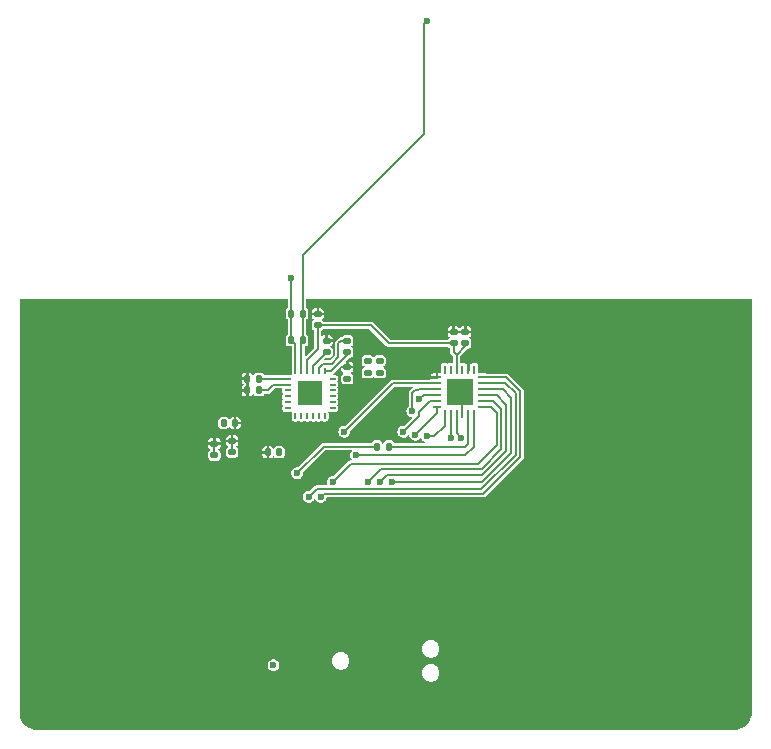
<source format=gbr>
%TF.GenerationSoftware,KiCad,Pcbnew,8.0.5*%
%TF.CreationDate,2025-04-19T21:57:35-04:00*%
%TF.ProjectId,tcg_counter,7463675f-636f-4756-9e74-65722e6b6963,1*%
%TF.SameCoordinates,Original*%
%TF.FileFunction,Copper,L2,Bot*%
%TF.FilePolarity,Positive*%
%FSLAX46Y46*%
G04 Gerber Fmt 4.6, Leading zero omitted, Abs format (unit mm)*
G04 Created by KiCad (PCBNEW 8.0.5) date 2025-04-19 21:57:35*
%MOMM*%
%LPD*%
G01*
G04 APERTURE LIST*
G04 Aperture macros list*
%AMRoundRect*
0 Rectangle with rounded corners*
0 $1 Rounding radius*
0 $2 $3 $4 $5 $6 $7 $8 $9 X,Y pos of 4 corners*
0 Add a 4 corners polygon primitive as box body*
4,1,4,$2,$3,$4,$5,$6,$7,$8,$9,$2,$3,0*
0 Add four circle primitives for the rounded corners*
1,1,$1+$1,$2,$3*
1,1,$1+$1,$4,$5*
1,1,$1+$1,$6,$7*
1,1,$1+$1,$8,$9*
0 Add four rect primitives between the rounded corners*
20,1,$1+$1,$2,$3,$4,$5,0*
20,1,$1+$1,$4,$5,$6,$7,0*
20,1,$1+$1,$6,$7,$8,$9,0*
20,1,$1+$1,$8,$9,$2,$3,0*%
G04 Aperture macros list end*
%TA.AperFunction,EtchedComponent*%
%ADD10C,0.150000*%
%TD*%
%TA.AperFunction,SMDPad,CuDef*%
%ADD11O,0.240000X0.599999*%
%TD*%
%TA.AperFunction,SMDPad,CuDef*%
%ADD12O,0.599999X0.240000*%
%TD*%
%TA.AperFunction,SMDPad,CuDef*%
%ADD13R,2.100001X2.100001*%
%TD*%
%TA.AperFunction,SMDPad,CuDef*%
%ADD14RoundRect,0.140000X0.170000X-0.140000X0.170000X0.140000X-0.170000X0.140000X-0.170000X-0.140000X0*%
%TD*%
%TA.AperFunction,SMDPad,CuDef*%
%ADD15RoundRect,0.135000X-0.185000X0.135000X-0.185000X-0.135000X0.185000X-0.135000X0.185000X0.135000X0*%
%TD*%
%TA.AperFunction,SMDPad,CuDef*%
%ADD16RoundRect,0.147500X-0.172500X0.147500X-0.172500X-0.147500X0.172500X-0.147500X0.172500X0.147500X0*%
%TD*%
%TA.AperFunction,SMDPad,CuDef*%
%ADD17RoundRect,0.140000X0.140000X0.170000X-0.140000X0.170000X-0.140000X-0.170000X0.140000X-0.170000X0*%
%TD*%
%TA.AperFunction,SMDPad,CuDef*%
%ADD18RoundRect,0.140000X-0.170000X0.140000X-0.170000X-0.140000X0.170000X-0.140000X0.170000X0.140000X0*%
%TD*%
%TA.AperFunction,SMDPad,CuDef*%
%ADD19R,0.711200X0.254000*%
%TD*%
%TA.AperFunction,SMDPad,CuDef*%
%ADD20R,0.254000X0.711200*%
%TD*%
%TA.AperFunction,SMDPad,CuDef*%
%ADD21R,2.311400X2.311400*%
%TD*%
%TA.AperFunction,SMDPad,CuDef*%
%ADD22RoundRect,0.140000X-0.140000X-0.170000X0.140000X-0.170000X0.140000X0.170000X-0.140000X0.170000X0*%
%TD*%
%TA.AperFunction,SMDPad,CuDef*%
%ADD23RoundRect,0.135000X0.135000X0.185000X-0.135000X0.185000X-0.135000X-0.185000X0.135000X-0.185000X0*%
%TD*%
%TA.AperFunction,ViaPad*%
%ADD24C,0.600000*%
%TD*%
%TA.AperFunction,Conductor*%
%ADD25C,0.200000*%
%TD*%
G04 APERTURE END LIST*
D10*
%TO.C,R2*%
X127000000Y-109035000D02*
X127000000Y-108435000D01*
%TO.C,R3*%
X128500000Y-108800000D02*
X128500000Y-108200000D01*
%TD*%
D11*
%TO.P,U3,1,ANT1*%
%TO.N,Net-(U3-ANT1)*%
X133850001Y-102100001D03*
%TO.P,U3,2,ANT2*%
%TO.N,Net-(U3-ANT2)*%
X134350000Y-102100001D03*
%TO.P,U3,3,VDDSW*%
%TO.N,VDDSW*%
X134850001Y-102100001D03*
%TO.P,U3,4,VDDB*%
%TO.N,VDDB*%
X135350001Y-102100001D03*
%TO.P,U3,5,CP1*%
%TO.N,Net-(U3-CP1)*%
X135850002Y-102100001D03*
%TO.P,U3,6,CP2*%
%TO.N,Net-(U3-CP2)*%
X136350001Y-102100001D03*
D12*
%TO.P,U3,7,VDD2X*%
%TO.N,Net-(U3-VDD2X)*%
X137000000Y-102750000D03*
%TO.P,U3,8,P1.3_SPI_STE_TA0.2_ACLK_TA0CLK*%
%TO.N,unconnected-(U3-P1.3_SPI_STE_TA0.2_ACLK_TA0CLK-Pad8)*%
X137000000Y-103249999D03*
%TO.P,U3,9,P1.2_SPI_CLK_MCLK_TA0.0*%
%TO.N,unconnected-(U3-P1.2_SPI_CLK_MCLK_TA0.0-Pad9)*%
X137000000Y-103750000D03*
%TO.P,U3,10,RST_NMI*%
%TO.N,Net-(P1-~{RST})*%
X137000000Y-104250000D03*
%TO.P,U3,11,P1.1_SPI_SOMI_SCL_ACLK_TA0.2_CCI0.0*%
%TO.N,/P1.1*%
X137000000Y-104750001D03*
%TO.P,U3,12,P1.0_SPI_SIMO_SDA_SMCLK_TA0.1_CCI0.0*%
%TO.N,/P1.0*%
X137000000Y-105250000D03*
D11*
%TO.P,U3,13,ADC0*%
%TO.N,unconnected-(U3-ADC0-Pad13)*%
X136350001Y-105899999D03*
%TO.P,U3,14,TST2*%
%TO.N,Net-(U3-TST2)*%
X135850002Y-105899999D03*
%TO.P,U3,15,SVSS*%
%TO.N,/SVSS*%
X135350001Y-105899999D03*
%TO.P,U3,16,TST1*%
%TO.N,Net-(U3-TST1)*%
X134850001Y-105899999D03*
%TO.P,U3,17,ADC1_TEMP1*%
%TO.N,unconnected-(U3-ADC1_TEMP1-Pad17)*%
X134350000Y-105899999D03*
%TO.P,U3,18,ADC2_TEMP2*%
%TO.N,unconnected-(U3-ADC2_TEMP2-Pad18)*%
X133850001Y-105899999D03*
D12*
%TO.P,U3,19,TMS_P1.7_TA0.1_TA0.0_CCI0.2*%
%TO.N,TMS*%
X133200002Y-105250000D03*
%TO.P,U3,20,TDO_P1.6_TA0.0_TA0.2_CCI0.2*%
%TO.N,TDO*%
X133200002Y-104750001D03*
%TO.P,U3,21,TDI_P1.5_TA0.2_MCLK_CCI0.1*%
%TO.N,TDI*%
X133200002Y-104250000D03*
%TO.P,U3,22,TCK_P1.4_TA0.1_SMCLK_CCI0.1*%
%TO.N,TCK*%
X133200002Y-103750000D03*
%TO.P,U3,23,VDDH*%
%TO.N,Net-(U3-VDDH)*%
X133200002Y-103249999D03*
%TO.P,U3,24,VDDD*%
%TO.N,Net-(U3-VDDD)*%
X133200002Y-102750000D03*
D13*
%TO.P,U3,25,PAD*%
%TO.N,GND*%
X135100001Y-104000000D03*
%TD*%
D14*
%TO.P,C2,1*%
%TO.N,VDDSW*%
X135750000Y-98230000D03*
%TO.P,C2,2*%
%TO.N,GND*%
X135750000Y-97270000D03*
%TD*%
D15*
%TO.P,R5,1*%
%TO.N,VDDSW*%
X141000000Y-101230000D03*
%TO.P,R5,2*%
%TO.N,/P1.0*%
X141000000Y-102250000D03*
%TD*%
D16*
%TO.P,R2,1*%
%TO.N,GND*%
X127000000Y-108250000D03*
%TO.P,R2,2*%
%TO.N,Net-(U3-TST1)*%
X127000000Y-109220000D03*
%TD*%
D14*
%TO.P,C5,1*%
%TO.N,Net-(U3-VDD2X)*%
X138250000Y-102750000D03*
%TO.P,C5,2*%
%TO.N,GND*%
X138250000Y-101790000D03*
%TD*%
D17*
%TO.P,C9,1*%
%TO.N,GND*%
X128750000Y-106500000D03*
%TO.P,C9,2*%
%TO.N,/SVSS*%
X127790000Y-106500000D03*
%TD*%
D16*
%TO.P,R3,1*%
%TO.N,GND*%
X128500000Y-108015000D03*
%TO.P,R3,2*%
%TO.N,Net-(U3-TST2)*%
X128500000Y-108985000D03*
%TD*%
D15*
%TO.P,R4,1*%
%TO.N,VDDSW*%
X140000000Y-101230000D03*
%TO.P,R4,2*%
%TO.N,/P1.1*%
X140000000Y-102250000D03*
%TD*%
D18*
%TO.P,C7,1*%
%TO.N,Net-(U3-CP1)*%
X138250000Y-99540000D03*
%TO.P,C7,2*%
%TO.N,Net-(U3-CP2)*%
X138250000Y-100500000D03*
%TD*%
D17*
%TO.P,C3,1*%
%TO.N,Net-(U3-VDDD)*%
X130750000Y-102750000D03*
%TO.P,C3,2*%
%TO.N,GND*%
X129790000Y-102750000D03*
%TD*%
D19*
%TO.P,U1,1,P00*%
%TO.N,Net-(U1-P00)*%
X149642301Y-102642300D03*
%TO.P,U1,2,P01*%
%TO.N,Net-(U1-P01)*%
X149642301Y-103142299D03*
%TO.P,U1,3,P02*%
%TO.N,Net-(U1-P02)*%
X149642301Y-103642300D03*
%TO.P,U1,4,P03*%
%TO.N,Net-(U1-P03)*%
X149642301Y-104142300D03*
%TO.P,U1,5,P04*%
%TO.N,Net-(U1-P04)*%
X149642301Y-104642301D03*
%TO.P,U1,6,P05*%
%TO.N,Net-(U1-P05)*%
X149642301Y-105142300D03*
D20*
%TO.P,U1,7,P06*%
%TO.N,Net-(U1-P06)*%
X149000001Y-105784600D03*
%TO.P,U1,8,P07*%
%TO.N,Net-(U1-P07)*%
X148500002Y-105784600D03*
%TO.P,U1,9,GND*%
%TO.N,GND*%
X148000001Y-105784600D03*
%TO.P,U1,10,P10*%
%TO.N,Net-(U1-P10)*%
X147500001Y-105784600D03*
%TO.P,U1,11,P11*%
%TO.N,Net-(U1-P11)*%
X147000000Y-105784600D03*
%TO.P,U1,12,P12*%
%TO.N,Net-(U1-P12)*%
X146500001Y-105784600D03*
D19*
%TO.P,U1,13,P13*%
%TO.N,Net-(U1-P13)*%
X145857701Y-105142300D03*
%TO.P,U1,14,P14*%
%TO.N,Net-(U1-P14)*%
X145857701Y-104642301D03*
%TO.P,U1,15,P15*%
%TO.N,Net-(U1-P15)*%
X145857701Y-104142300D03*
%TO.P,U1,16,P16*%
%TO.N,Net-(U1-P16)*%
X145857701Y-103642300D03*
%TO.P,U1,17,P17*%
%TO.N,Net-(U1-P17)*%
X145857701Y-103142299D03*
%TO.P,U1,18,A0*%
%TO.N,GND*%
X145857701Y-102642300D03*
D20*
%TO.P,U1,19,SCL*%
%TO.N,/P1.1*%
X146500001Y-102000000D03*
%TO.P,U1,20,SDA*%
%TO.N,/P1.0*%
X147000000Y-102000000D03*
%TO.P,U1,21,VCC*%
%TO.N,VDDSW*%
X147500001Y-102000000D03*
%TO.P,U1,22,~{INT}*%
%TO.N,unconnected-(U1-~{INT}-Pad22)*%
X148000001Y-102000000D03*
%TO.P,U1,23,A1*%
%TO.N,GND*%
X148500002Y-102000000D03*
%TO.P,U1,24,~{RESET}*%
%TO.N,unconnected-(U1-~{RESET}-Pad24)*%
X149000001Y-102000000D03*
D21*
%TO.P,U1,25*%
%TO.N,N/C*%
X147750001Y-103892300D03*
%TD*%
D14*
%TO.P,C11,1*%
%TO.N,VDDSW*%
X148250000Y-99750000D03*
%TO.P,C11,2*%
%TO.N,GND*%
X148250000Y-98790000D03*
%TD*%
D22*
%TO.P,C8,1*%
%TO.N,Net-(U3-ANT1)*%
X133520000Y-97250000D03*
%TO.P,C8,2*%
%TO.N,Net-(U3-ANT2)*%
X134480000Y-97250000D03*
%TD*%
D23*
%TO.P,R1,1*%
%TO.N,Net-(U1-P07)*%
X141760000Y-108500000D03*
%TO.P,R1,2*%
%TO.N,Net-(U2-COM)*%
X140740000Y-108500000D03*
%TD*%
D17*
%TO.P,C4,1*%
%TO.N,Net-(U3-VDDH)*%
X130750000Y-103750000D03*
%TO.P,C4,2*%
%TO.N,GND*%
X129790000Y-103750000D03*
%TD*%
D14*
%TO.P,C12,1*%
%TO.N,VDDSW*%
X147250000Y-99750000D03*
%TO.P,C12,2*%
%TO.N,GND*%
X147250000Y-98790000D03*
%TD*%
D22*
%TO.P,C10,1*%
%TO.N,Net-(U3-ANT1)*%
X133520000Y-99500000D03*
%TO.P,C10,2*%
%TO.N,Net-(U3-ANT2)*%
X134480000Y-99500000D03*
%TD*%
D14*
%TO.P,C1,1*%
%TO.N,VDDB*%
X136500000Y-100500000D03*
%TO.P,C1,2*%
%TO.N,GND*%
X136500000Y-99540000D03*
%TD*%
D17*
%TO.P,C6,1*%
%TO.N,Net-(P1-~{RST})*%
X132480000Y-109000000D03*
%TO.P,C6,2*%
%TO.N,GND*%
X131520000Y-109000000D03*
%TD*%
D24*
%TO.N,Net-(U3-ANT1)*%
X133500000Y-94250000D03*
%TO.N,Net-(U3-ANT2)*%
X145000000Y-72500000D03*
%TO.N,GND*%
X147250000Y-97500000D03*
X147750001Y-103892300D03*
X148500000Y-101000000D03*
X144750000Y-102250000D03*
X147750001Y-103892300D03*
X140250000Y-122750000D03*
X148250000Y-97500000D03*
X147750001Y-104500000D03*
X135100001Y-104000000D03*
%TO.N,TMS*%
X132000000Y-127000000D03*
%TO.N,Net-(U2-COM)*%
X134000000Y-110750000D03*
%TO.N,Net-(U1-P05)*%
X137000000Y-111500000D03*
%TO.N,Net-(U1-P06)*%
X139000000Y-109250000D03*
%TO.N,Net-(U1-P04)*%
X140000000Y-111500000D03*
%TO.N,Net-(U1-P16)*%
X143750000Y-105500000D03*
%TO.N,Net-(U1-P10)*%
X147900002Y-107750000D03*
%TO.N,Net-(U1-P03)*%
X141000000Y-111500000D03*
%TO.N,Net-(U1-P11)*%
X147000000Y-107750000D03*
%TO.N,Net-(U1-P13)*%
X144000000Y-107500000D03*
%TO.N,Net-(U1-P14)*%
X143000000Y-107250000D03*
%TO.N,Net-(U1-P01)*%
X135000000Y-112750000D03*
%TO.N,Net-(U1-P15)*%
X144350000Y-104500000D03*
%TO.N,Net-(U1-P02)*%
X142000000Y-111500000D03*
%TO.N,Net-(U1-P00)*%
X136000000Y-112750000D03*
%TO.N,Net-(U1-P12)*%
X145000000Y-107650000D03*
%TO.N,Net-(U1-P17)*%
X138000000Y-107250000D03*
%TD*%
D25*
%TO.N,VDDSW*%
X135750000Y-98230000D02*
X140230000Y-98230000D01*
X140230000Y-98230000D02*
X141750000Y-99750000D01*
X141750000Y-99750000D02*
X147250000Y-99750000D01*
X134850001Y-102100001D02*
X134850001Y-101149999D01*
X134850001Y-101149999D02*
X135750000Y-100250000D01*
X135750000Y-100250000D02*
X135750000Y-98460000D01*
%TO.N,VDDB*%
X135350001Y-102100001D02*
X135350001Y-101649999D01*
X135350001Y-101649999D02*
X136500000Y-100500000D01*
%TO.N,Net-(U3-CP1)*%
X135850002Y-102100001D02*
X135850002Y-101826030D01*
X135850002Y-101826030D02*
X136176032Y-101500000D01*
X136176032Y-101500000D02*
X136934314Y-101500000D01*
X136934314Y-101500000D02*
X137500000Y-100934314D01*
X137500000Y-100934314D02*
X137500000Y-99750000D01*
X137500000Y-99750000D02*
X137710000Y-99540000D01*
X137710000Y-99540000D02*
X138250000Y-99540000D01*
%TO.N,Net-(U3-CP2)*%
X136350001Y-102100001D02*
X136899999Y-102100001D01*
X136899999Y-102100001D02*
X138250000Y-100750000D01*
X138250000Y-100750000D02*
X138250000Y-100500000D01*
%TO.N,Net-(U3-VDDH)*%
X132000001Y-103249999D02*
X131500000Y-103750000D01*
X133200002Y-103249999D02*
X132000001Y-103249999D01*
X131500000Y-103750000D02*
X130750000Y-103750000D01*
%TO.N,Net-(U3-VDDD)*%
X133200002Y-102750000D02*
X130750000Y-102750000D01*
%TO.N,Net-(U3-ANT1)*%
X133520000Y-99500000D02*
X133520000Y-97250000D01*
%TO.N,Net-(U3-ANT2)*%
X134480000Y-99500000D02*
X134480000Y-97250000D01*
%TO.N,Net-(U3-ANT1)*%
X133850001Y-102100001D02*
X133850001Y-99830001D01*
X133850001Y-99830001D02*
X133520000Y-99500000D01*
%TO.N,Net-(U3-ANT2)*%
X134480000Y-99500000D02*
X134350000Y-99630000D01*
X134350000Y-99630000D02*
X134350000Y-102100001D01*
X145000000Y-72500000D02*
X144750000Y-72750000D01*
X144750000Y-82000000D02*
X134480000Y-92270000D01*
X144750000Y-72750000D02*
X144750000Y-82000000D01*
X134480000Y-92270000D02*
X134480000Y-97250000D01*
%TO.N,Net-(U3-ANT1)*%
X133520000Y-94270000D02*
X133500000Y-94250000D01*
X133520000Y-97250000D02*
X133520000Y-94270000D01*
%TO.N,GND*%
X148000001Y-104142300D02*
X147750001Y-103892300D01*
X148000001Y-104500000D02*
X148000001Y-104142300D01*
X148000001Y-105784600D02*
X148000001Y-104500000D01*
%TO.N,VDDSW*%
X147250000Y-100500000D02*
X147250000Y-99750000D01*
X147500001Y-100750001D02*
X147250000Y-100500000D01*
X148250000Y-100000002D02*
X148250000Y-99750000D01*
X147500001Y-102000000D02*
X147500001Y-100750001D01*
X147500001Y-100750001D02*
X148250000Y-100000002D01*
%TO.N,Net-(U1-P07)*%
X148250000Y-108500000D02*
X141760000Y-108500000D01*
X148500002Y-106499998D02*
X148500002Y-108249998D01*
X148500002Y-106499998D02*
X148500000Y-106500000D01*
X148500002Y-108249998D02*
X148250000Y-108500000D01*
X148500002Y-105784600D02*
X148500002Y-106499998D01*
%TO.N,Net-(U2-COM)*%
X134000000Y-110750000D02*
X136250000Y-108500000D01*
X136250000Y-108500000D02*
X140740000Y-108500000D01*
%TO.N,Net-(U1-P05)*%
X149281372Y-109968628D02*
X150900000Y-108350000D01*
X150900000Y-108350000D02*
X150900000Y-105650000D01*
X137000000Y-111500000D02*
X138531372Y-109968628D01*
X150900000Y-105650000D02*
X150392300Y-105142300D01*
X138531372Y-109968628D02*
X149281372Y-109968628D01*
X150392300Y-105142300D02*
X149642301Y-105142300D01*
%TO.N,Net-(U1-P06)*%
X149000001Y-108499999D02*
X149000001Y-105784600D01*
X148250000Y-109250000D02*
X149000001Y-108499999D01*
X139000000Y-109250000D02*
X148250000Y-109250000D01*
%TO.N,Net-(U1-P04)*%
X141131372Y-110368628D02*
X140000000Y-111500000D01*
X149618628Y-110368628D02*
X141131372Y-110368628D01*
X150584602Y-104642301D02*
X151300000Y-105357699D01*
X149642301Y-104642301D02*
X150584602Y-104642301D01*
X151300000Y-108687256D02*
X149618628Y-110368628D01*
X151300000Y-105357699D02*
X151300000Y-108687256D01*
%TO.N,Net-(U1-P16)*%
X144000000Y-103750000D02*
X144250000Y-103750000D01*
X143750000Y-104000000D02*
X144000000Y-103750000D01*
X144250000Y-103750000D02*
X144357700Y-103642300D01*
X143750000Y-105500000D02*
X143750000Y-104000000D01*
X144357700Y-103642300D02*
X145857701Y-103642300D01*
%TO.N,Net-(U1-P10)*%
X147500001Y-107349999D02*
X147500001Y-105784600D01*
X147900002Y-107750000D02*
X147500001Y-107349999D01*
%TO.N,Net-(U1-P03)*%
X149642301Y-104142300D02*
X150892300Y-104142300D01*
X151700000Y-104950000D02*
X151700000Y-108852942D01*
X149650000Y-110900000D02*
X141600000Y-110900000D01*
X150892300Y-104142300D02*
X151700000Y-104950000D01*
X151700000Y-108852942D02*
X149651471Y-110901471D01*
X149651471Y-110901471D02*
X149650000Y-110900000D01*
X141600000Y-110900000D02*
X141000000Y-111500000D01*
%TO.N,Net-(U1-P11)*%
X147000000Y-107750000D02*
X147000000Y-105784600D01*
%TO.N,Net-(U1-P13)*%
X145857701Y-105642299D02*
X145857701Y-105142300D01*
X144000000Y-107500000D02*
X145857701Y-105642299D01*
%TO.N,Net-(U1-P14)*%
X145275100Y-104642301D02*
X145857701Y-104642301D01*
X144350000Y-105900000D02*
X144350000Y-105567401D01*
X144350000Y-105567401D02*
X145275100Y-104642301D01*
X143000000Y-107250000D02*
X144350000Y-105900000D01*
%TO.N,Net-(U1-P01)*%
X152500000Y-104000000D02*
X151642299Y-103142299D01*
X149584314Y-112100000D02*
X152500000Y-109184314D01*
X151642299Y-103142299D02*
X149642301Y-103142299D01*
X152500000Y-109184314D02*
X152500000Y-104000000D01*
X135000000Y-112750000D02*
X135650000Y-112100000D01*
X135650000Y-112100000D02*
X149584314Y-112100000D01*
%TO.N,Net-(U1-P15)*%
X144707700Y-104142300D02*
X145857701Y-104142300D01*
X144350000Y-104500000D02*
X144707700Y-104142300D01*
%TO.N,Net-(U1-P02)*%
X151392300Y-103642300D02*
X149642301Y-103642300D01*
X149618628Y-111500000D02*
X152100000Y-109018628D01*
X142000000Y-111500000D02*
X149618628Y-111500000D01*
X152100000Y-104350000D02*
X151392300Y-103642300D01*
X152100000Y-109018628D02*
X152100000Y-104350000D01*
%TO.N,Net-(U1-P00)*%
X152900000Y-109350000D02*
X149750000Y-112500000D01*
X151707986Y-102642300D02*
X152900000Y-103834314D01*
X149750000Y-112500000D02*
X136250000Y-112500000D01*
X152900000Y-103834314D02*
X152900000Y-109350000D01*
X149642301Y-102642300D02*
X151707986Y-102642300D01*
X136250000Y-112500000D02*
X136000000Y-112750000D01*
%TO.N,Net-(U1-P12)*%
X146500001Y-106749999D02*
X146500001Y-105784600D01*
X145600000Y-107650000D02*
X146500001Y-106749999D01*
X145000000Y-107650000D02*
X145600000Y-107650000D01*
%TO.N,Net-(U1-P17)*%
X138000000Y-107250000D02*
X142107701Y-103142299D01*
X142107701Y-103142299D02*
X145857701Y-103142299D01*
%TD*%
%TA.AperFunction,Conductor*%
%TO.N,GND*%
G36*
X133205148Y-96014352D02*
G01*
X133219500Y-96049000D01*
X133219500Y-96747925D01*
X133205148Y-96782573D01*
X133191211Y-96792333D01*
X133181682Y-96796776D01*
X133096777Y-96881681D01*
X133096776Y-96881683D01*
X133046029Y-96990510D01*
X133046028Y-96990511D01*
X133046028Y-96990512D01*
X133046028Y-96990513D01*
X133039501Y-97040098D01*
X133039500Y-97040102D01*
X133039500Y-97459896D01*
X133039501Y-97459901D01*
X133046027Y-97509487D01*
X133096776Y-97618316D01*
X133096777Y-97618318D01*
X133181682Y-97703223D01*
X133191206Y-97707664D01*
X133216544Y-97735313D01*
X133219500Y-97752074D01*
X133219500Y-98997925D01*
X133205148Y-99032573D01*
X133191211Y-99042333D01*
X133181682Y-99046776D01*
X133096777Y-99131681D01*
X133096776Y-99131683D01*
X133046029Y-99240510D01*
X133046028Y-99240511D01*
X133039500Y-99290099D01*
X133039500Y-99709896D01*
X133039501Y-99709901D01*
X133046027Y-99759487D01*
X133096776Y-99868316D01*
X133096777Y-99868318D01*
X133181681Y-99953222D01*
X133181683Y-99953223D01*
X133181684Y-99953224D01*
X133290513Y-100003972D01*
X133340099Y-100010500D01*
X133500501Y-100010499D01*
X133535149Y-100024851D01*
X133549501Y-100059499D01*
X133549501Y-101796713D01*
X133547831Y-101809395D01*
X133529501Y-101877803D01*
X133529501Y-102322198D01*
X133546810Y-102386797D01*
X133541915Y-102423979D01*
X133512162Y-102446809D01*
X133486798Y-102446809D01*
X133422199Y-102429500D01*
X133422196Y-102429500D01*
X132977808Y-102429500D01*
X132977805Y-102429500D01*
X132909397Y-102447830D01*
X132896715Y-102449500D01*
X131236063Y-102449500D01*
X131201415Y-102435148D01*
X131191654Y-102421208D01*
X131187213Y-102411684D01*
X131173224Y-102381684D01*
X131173223Y-102381683D01*
X131173222Y-102381681D01*
X131088318Y-102296777D01*
X131088316Y-102296776D01*
X130979489Y-102246029D01*
X130979488Y-102246028D01*
X130969569Y-102244722D01*
X130929901Y-102239500D01*
X130929897Y-102239500D01*
X130570103Y-102239500D01*
X130570098Y-102239501D01*
X130520512Y-102246027D01*
X130411683Y-102296776D01*
X130411681Y-102296777D01*
X130326777Y-102381681D01*
X130315898Y-102405012D01*
X130288247Y-102430348D01*
X130250780Y-102428712D01*
X130227080Y-102405011D01*
X130215468Y-102380110D01*
X130215467Y-102380108D01*
X130129891Y-102294532D01*
X130129889Y-102294531D01*
X130020198Y-102243381D01*
X129970208Y-102236800D01*
X129891650Y-102236800D01*
X129891650Y-104263199D01*
X129970206Y-104263199D01*
X129970211Y-104263198D01*
X130020197Y-104256619D01*
X130129889Y-104205468D01*
X130129891Y-104205467D01*
X130215467Y-104119891D01*
X130215469Y-104119888D01*
X130227080Y-104094989D01*
X130254729Y-104069651D01*
X130292196Y-104071287D01*
X130315898Y-104094988D01*
X130326776Y-104118316D01*
X130326777Y-104118318D01*
X130411681Y-104203222D01*
X130411683Y-104203223D01*
X130411684Y-104203224D01*
X130520513Y-104253972D01*
X130570099Y-104260500D01*
X130929900Y-104260499D01*
X130979487Y-104253972D01*
X131088316Y-104203224D01*
X131173224Y-104118316D01*
X131191654Y-104078791D01*
X131219304Y-104053455D01*
X131236063Y-104050500D01*
X131539564Y-104050500D01*
X131566230Y-104043354D01*
X131615989Y-104030021D01*
X131684511Y-103990460D01*
X131740460Y-103934511D01*
X132110120Y-103564851D01*
X132144768Y-103550499D01*
X132680232Y-103550499D01*
X132714880Y-103564851D01*
X132729232Y-103599499D01*
X132722667Y-103624000D01*
X132721343Y-103626292D01*
X132699503Y-103707801D01*
X132699503Y-103792198D01*
X132721343Y-103873708D01*
X132721344Y-103873711D01*
X132763535Y-103946786D01*
X132763537Y-103946788D01*
X132763539Y-103946792D01*
X132763542Y-103946795D01*
X132782099Y-103965352D01*
X132796451Y-104000000D01*
X132782099Y-104034648D01*
X132763542Y-104053204D01*
X132763535Y-104053213D01*
X132721344Y-104126288D01*
X132721343Y-104126291D01*
X132699503Y-104207801D01*
X132699503Y-104292198D01*
X132721343Y-104373708D01*
X132721344Y-104373711D01*
X132763535Y-104446786D01*
X132763537Y-104446788D01*
X132763539Y-104446792D01*
X132763542Y-104446795D01*
X132782099Y-104465352D01*
X132796451Y-104500000D01*
X132782100Y-104534647D01*
X132763541Y-104553206D01*
X132763539Y-104553208D01*
X132763539Y-104553209D01*
X132755585Y-104566986D01*
X132721343Y-104626293D01*
X132699503Y-104707802D01*
X132699503Y-104792199D01*
X132721343Y-104873709D01*
X132721344Y-104873712D01*
X132763535Y-104946787D01*
X132763537Y-104946789D01*
X132763539Y-104946793D01*
X132763542Y-104946796D01*
X132782098Y-104965352D01*
X132796450Y-105000000D01*
X132782099Y-105034647D01*
X132763541Y-105053205D01*
X132721343Y-105126292D01*
X132699503Y-105207801D01*
X132699503Y-105292198D01*
X132721343Y-105373708D01*
X132721344Y-105373711D01*
X132763535Y-105446786D01*
X132763537Y-105446788D01*
X132763539Y-105446792D01*
X132823211Y-105506464D01*
X132823215Y-105506466D01*
X132823216Y-105506467D01*
X132896291Y-105548658D01*
X132896294Y-105548659D01*
X132977804Y-105570499D01*
X132977805Y-105570500D01*
X132977808Y-105570500D01*
X133422198Y-105570500D01*
X133450253Y-105562982D01*
X133486798Y-105553190D01*
X133523980Y-105558084D01*
X133546810Y-105587837D01*
X133546810Y-105613202D01*
X133529501Y-105677801D01*
X133529501Y-106122196D01*
X133551341Y-106203706D01*
X133551342Y-106203709D01*
X133593533Y-106276784D01*
X133593535Y-106276786D01*
X133593537Y-106276790D01*
X133653209Y-106336462D01*
X133653213Y-106336464D01*
X133653214Y-106336465D01*
X133726289Y-106378656D01*
X133726292Y-106378657D01*
X133807802Y-106400497D01*
X133807803Y-106400498D01*
X133807806Y-106400498D01*
X133892199Y-106400498D01*
X133892199Y-106400497D01*
X133973710Y-106378657D01*
X134046793Y-106336462D01*
X134065352Y-106317901D01*
X134099998Y-106303550D01*
X134134645Y-106317899D01*
X134153208Y-106336462D01*
X134153212Y-106336464D01*
X134153213Y-106336465D01*
X134226288Y-106378656D01*
X134226291Y-106378657D01*
X134307801Y-106400497D01*
X134307802Y-106400498D01*
X134307805Y-106400498D01*
X134392198Y-106400498D01*
X134392198Y-106400497D01*
X134473709Y-106378657D01*
X134546792Y-106336462D01*
X134565352Y-106317900D01*
X134599998Y-106303549D01*
X134634645Y-106317898D01*
X134653209Y-106336462D01*
X134653213Y-106336464D01*
X134653214Y-106336465D01*
X134726289Y-106378656D01*
X134726292Y-106378657D01*
X134807802Y-106400497D01*
X134807803Y-106400498D01*
X134807806Y-106400498D01*
X134892199Y-106400498D01*
X134892199Y-106400497D01*
X134973710Y-106378657D01*
X135046793Y-106336462D01*
X135065353Y-106317902D01*
X135100001Y-106303550D01*
X135134649Y-106317902D01*
X135153209Y-106336462D01*
X135153213Y-106336464D01*
X135153214Y-106336465D01*
X135226289Y-106378656D01*
X135226292Y-106378657D01*
X135307802Y-106400497D01*
X135307803Y-106400498D01*
X135307806Y-106400498D01*
X135392199Y-106400498D01*
X135392199Y-106400497D01*
X135473710Y-106378657D01*
X135546793Y-106336462D01*
X135565353Y-106317900D01*
X135599999Y-106303549D01*
X135634646Y-106317898D01*
X135653210Y-106336462D01*
X135653214Y-106336464D01*
X135653215Y-106336465D01*
X135726290Y-106378656D01*
X135726293Y-106378657D01*
X135807803Y-106400497D01*
X135807804Y-106400498D01*
X135807807Y-106400498D01*
X135892200Y-106400498D01*
X135892200Y-106400497D01*
X135973711Y-106378657D01*
X136046794Y-106336462D01*
X136065353Y-106317901D01*
X136099999Y-106303550D01*
X136134646Y-106317899D01*
X136153209Y-106336462D01*
X136153213Y-106336464D01*
X136153214Y-106336465D01*
X136226289Y-106378656D01*
X136226292Y-106378657D01*
X136307802Y-106400497D01*
X136307803Y-106400498D01*
X136307806Y-106400498D01*
X136392199Y-106400498D01*
X136392199Y-106400497D01*
X136473710Y-106378657D01*
X136546793Y-106336462D01*
X136606465Y-106276790D01*
X136648660Y-106203707D01*
X136670500Y-106122196D01*
X136670501Y-106122196D01*
X136670501Y-105677802D01*
X136653191Y-105613202D01*
X136658086Y-105576020D01*
X136687839Y-105553190D01*
X136713202Y-105553190D01*
X136724046Y-105556095D01*
X136777803Y-105570500D01*
X136777806Y-105570500D01*
X137222197Y-105570500D01*
X137222197Y-105570499D01*
X137303708Y-105548659D01*
X137376791Y-105506464D01*
X137436463Y-105446792D01*
X137478658Y-105373709D01*
X137500498Y-105292198D01*
X137500499Y-105292198D01*
X137500499Y-105207802D01*
X137500498Y-105207801D01*
X137478658Y-105126291D01*
X137478657Y-105126288D01*
X137436466Y-105053213D01*
X137436465Y-105053212D01*
X137436463Y-105053208D01*
X137417903Y-105034648D01*
X137403551Y-105000000D01*
X137417902Y-104965353D01*
X137436463Y-104946793D01*
X137478658Y-104873710D01*
X137500498Y-104792199D01*
X137500499Y-104792199D01*
X137500499Y-104707803D01*
X137500498Y-104707802D01*
X137478658Y-104626292D01*
X137478657Y-104626289D01*
X137436466Y-104553214D01*
X137436465Y-104553213D01*
X137436463Y-104553209D01*
X137417902Y-104534648D01*
X137403550Y-104500000D01*
X137417901Y-104465353D01*
X137436463Y-104446792D01*
X137478658Y-104373709D01*
X137500498Y-104292198D01*
X137500499Y-104292198D01*
X137500499Y-104207802D01*
X137500498Y-104207801D01*
X137478658Y-104126291D01*
X137478657Y-104126288D01*
X137436466Y-104053213D01*
X137436465Y-104053212D01*
X137436463Y-104053208D01*
X137417903Y-104034648D01*
X137403551Y-104000000D01*
X137417903Y-103965352D01*
X137426103Y-103957152D01*
X137436463Y-103946792D01*
X137478658Y-103873709D01*
X137500498Y-103792198D01*
X137500499Y-103792198D01*
X137500499Y-103707802D01*
X137500498Y-103707801D01*
X137478658Y-103626291D01*
X137478657Y-103626288D01*
X137436466Y-103553213D01*
X137436465Y-103553212D01*
X137436463Y-103553208D01*
X137417902Y-103534647D01*
X137403550Y-103499999D01*
X137417901Y-103465352D01*
X137436463Y-103446791D01*
X137478658Y-103373708D01*
X137500498Y-103292197D01*
X137500499Y-103292197D01*
X137500499Y-103207801D01*
X137500498Y-103207800D01*
X137478658Y-103126290D01*
X137478657Y-103126287D01*
X137436466Y-103053212D01*
X137436465Y-103053211D01*
X137436463Y-103053207D01*
X137417903Y-103034647D01*
X137403551Y-102999999D01*
X137417902Y-102965352D01*
X137436463Y-102946792D01*
X137478658Y-102873709D01*
X137500498Y-102792198D01*
X137500499Y-102792198D01*
X137500499Y-102707802D01*
X137500498Y-102707801D01*
X137478658Y-102626291D01*
X137478657Y-102626288D01*
X137436466Y-102553213D01*
X137436465Y-102553212D01*
X137436463Y-102553208D01*
X137376791Y-102493536D01*
X137376787Y-102493534D01*
X137376785Y-102493532D01*
X137303710Y-102451341D01*
X137303707Y-102451340D01*
X137222197Y-102429500D01*
X137222194Y-102429500D01*
X137112821Y-102429500D01*
X137078173Y-102415148D01*
X137063821Y-102380500D01*
X137078173Y-102345852D01*
X137082991Y-102341626D01*
X137084502Y-102340465D01*
X137084510Y-102340461D01*
X137140459Y-102284512D01*
X137454759Y-101970211D01*
X137736801Y-101970211D01*
X137743380Y-102020197D01*
X137794531Y-102129889D01*
X137794532Y-102129891D01*
X137880108Y-102215467D01*
X137880110Y-102215468D01*
X137905011Y-102227080D01*
X137930348Y-102254730D01*
X137928712Y-102292197D01*
X137905012Y-102315898D01*
X137881681Y-102326777D01*
X137796777Y-102411681D01*
X137796776Y-102411683D01*
X137746029Y-102520510D01*
X137746028Y-102520511D01*
X137743416Y-102540347D01*
X137739501Y-102570098D01*
X137739500Y-102570102D01*
X137739500Y-102929896D01*
X137739501Y-102929901D01*
X137746027Y-102979487D01*
X137796776Y-103088316D01*
X137796777Y-103088318D01*
X137881681Y-103173222D01*
X137881683Y-103173223D01*
X137881684Y-103173224D01*
X137990513Y-103223972D01*
X138040099Y-103230500D01*
X138459900Y-103230499D01*
X138509487Y-103223972D01*
X138618316Y-103173224D01*
X138703224Y-103088316D01*
X138753972Y-102979487D01*
X138760500Y-102929901D01*
X138760499Y-102570100D01*
X138753972Y-102520513D01*
X138753971Y-102520511D01*
X138711927Y-102430348D01*
X138703224Y-102411684D01*
X138703223Y-102411683D01*
X138703222Y-102411681D01*
X138618318Y-102326777D01*
X138618316Y-102326776D01*
X138594988Y-102315898D01*
X138569651Y-102288248D01*
X138571287Y-102250781D01*
X138594989Y-102227080D01*
X138619888Y-102215469D01*
X138619891Y-102215467D01*
X138705467Y-102129891D01*
X138705468Y-102129889D01*
X138756618Y-102020198D01*
X138763200Y-101970208D01*
X138763200Y-101891650D01*
X137736801Y-101891650D01*
X137736801Y-101970211D01*
X137454759Y-101970211D01*
X137722268Y-101702701D01*
X137756916Y-101688350D01*
X138148350Y-101688350D01*
X138351650Y-101688350D01*
X138763199Y-101688350D01*
X138763199Y-101609793D01*
X138763198Y-101609788D01*
X138756619Y-101559802D01*
X138705468Y-101450110D01*
X138705467Y-101450108D01*
X138659671Y-101404312D01*
X139479499Y-101404312D01*
X139485528Y-101450108D01*
X139485932Y-101453173D01*
X139491742Y-101465633D01*
X139535935Y-101560404D01*
X139535936Y-101560406D01*
X139619593Y-101644063D01*
X139619595Y-101644064D01*
X139619596Y-101644065D01*
X139714565Y-101688350D01*
X139730093Y-101695591D01*
X139755430Y-101723241D01*
X139753794Y-101760708D01*
X139730093Y-101784409D01*
X139619595Y-101835935D01*
X139619593Y-101835936D01*
X139535936Y-101919593D01*
X139535935Y-101919595D01*
X139485933Y-102026824D01*
X139485932Y-102026825D01*
X139479500Y-102075687D01*
X139479500Y-102424312D01*
X139479499Y-102424312D01*
X139483058Y-102451341D01*
X139485932Y-102473173D01*
X139505228Y-102514553D01*
X139535935Y-102580404D01*
X139535936Y-102580406D01*
X139619593Y-102664063D01*
X139619595Y-102664064D01*
X139619596Y-102664065D01*
X139726827Y-102714068D01*
X139775684Y-102720500D01*
X139775687Y-102720500D01*
X140224312Y-102720500D01*
X140224316Y-102720500D01*
X140273173Y-102714068D01*
X140380404Y-102664065D01*
X140418181Y-102626288D01*
X140465352Y-102579118D01*
X140500000Y-102564766D01*
X140534648Y-102579118D01*
X140619593Y-102664063D01*
X140619595Y-102664064D01*
X140619596Y-102664065D01*
X140726827Y-102714068D01*
X140775684Y-102720500D01*
X140775687Y-102720500D01*
X141224312Y-102720500D01*
X141224316Y-102720500D01*
X141273173Y-102714068D01*
X141380404Y-102664065D01*
X141464065Y-102580404D01*
X141503758Y-102495282D01*
X145298901Y-102495282D01*
X145298901Y-102540650D01*
X145756051Y-102540650D01*
X145756051Y-102312100D01*
X145482083Y-102312100D01*
X145422817Y-102323889D01*
X145355601Y-102368800D01*
X145310690Y-102436016D01*
X145298901Y-102495282D01*
X141503758Y-102495282D01*
X141514068Y-102473173D01*
X141520500Y-102424316D01*
X141520500Y-102075684D01*
X141514068Y-102026827D01*
X141464065Y-101919596D01*
X141464064Y-101919595D01*
X141464063Y-101919593D01*
X141380406Y-101835936D01*
X141380404Y-101835935D01*
X141323489Y-101809395D01*
X141273173Y-101785932D01*
X141273171Y-101785931D01*
X141269906Y-101784409D01*
X141244569Y-101756759D01*
X141246205Y-101719292D01*
X141269906Y-101695591D01*
X141273171Y-101694068D01*
X141273173Y-101694068D01*
X141380404Y-101644065D01*
X141464065Y-101560404D01*
X141514068Y-101453173D01*
X141520500Y-101404316D01*
X141520500Y-101055684D01*
X141514068Y-101006827D01*
X141464065Y-100899596D01*
X141464064Y-100899595D01*
X141464063Y-100899593D01*
X141380406Y-100815936D01*
X141380404Y-100815935D01*
X141273175Y-100765933D01*
X141273174Y-100765932D01*
X141263401Y-100764645D01*
X141224316Y-100759500D01*
X140775684Y-100759500D01*
X140743112Y-100763788D01*
X140726825Y-100765932D01*
X140726824Y-100765933D01*
X140619595Y-100815935D01*
X140619593Y-100815936D01*
X140534648Y-100900882D01*
X140500000Y-100915234D01*
X140465352Y-100900882D01*
X140380406Y-100815936D01*
X140380404Y-100815935D01*
X140273175Y-100765933D01*
X140273174Y-100765932D01*
X140263401Y-100764645D01*
X140224316Y-100759500D01*
X139775684Y-100759500D01*
X139743112Y-100763788D01*
X139726825Y-100765932D01*
X139726824Y-100765933D01*
X139619595Y-100815935D01*
X139619593Y-100815936D01*
X139535936Y-100899593D01*
X139535935Y-100899595D01*
X139485933Y-101006824D01*
X139485932Y-101006825D01*
X139479500Y-101055687D01*
X139479500Y-101404312D01*
X139479499Y-101404312D01*
X138659671Y-101404312D01*
X138619891Y-101364532D01*
X138619889Y-101364531D01*
X138510198Y-101313381D01*
X138460208Y-101306800D01*
X138351650Y-101306800D01*
X138351650Y-101688350D01*
X138148350Y-101688350D01*
X138148350Y-101296915D01*
X138162701Y-101262269D01*
X138430371Y-100994598D01*
X138458625Y-100980666D01*
X138459894Y-100980499D01*
X138459900Y-100980499D01*
X138509487Y-100973972D01*
X138618316Y-100923224D01*
X138703224Y-100838316D01*
X138753972Y-100729487D01*
X138760500Y-100679901D01*
X138760499Y-100320100D01*
X138753972Y-100270513D01*
X138732269Y-100223972D01*
X138708605Y-100173224D01*
X138703224Y-100161684D01*
X138703223Y-100161683D01*
X138703222Y-100161681D01*
X138618318Y-100076777D01*
X138618316Y-100076776D01*
X138591795Y-100064409D01*
X138566458Y-100036759D01*
X138568094Y-99999292D01*
X138591795Y-99975591D01*
X138591924Y-99975530D01*
X138618316Y-99963224D01*
X138703224Y-99878316D01*
X138753972Y-99769487D01*
X138760500Y-99719901D01*
X138760499Y-99360100D01*
X138753972Y-99310513D01*
X138753640Y-99309802D01*
X138709652Y-99215469D01*
X138703224Y-99201684D01*
X138703223Y-99201683D01*
X138703222Y-99201681D01*
X138618318Y-99116777D01*
X138618316Y-99116776D01*
X138509489Y-99066029D01*
X138509488Y-99066028D01*
X138499569Y-99064722D01*
X138459901Y-99059500D01*
X138459897Y-99059500D01*
X138040103Y-99059500D01*
X138040098Y-99059501D01*
X137990512Y-99066027D01*
X137881683Y-99116776D01*
X137881681Y-99116777D01*
X137796777Y-99201681D01*
X137796776Y-99201683D01*
X137792335Y-99211208D01*
X137764686Y-99236545D01*
X137747926Y-99239500D01*
X137670436Y-99239500D01*
X137594012Y-99259978D01*
X137594008Y-99259980D01*
X137541840Y-99290099D01*
X137525495Y-99299535D01*
X137525486Y-99299542D01*
X137259541Y-99565488D01*
X137259540Y-99565488D01*
X137219979Y-99634008D01*
X137219979Y-99634010D01*
X137199500Y-99710436D01*
X137199500Y-100789547D01*
X137185148Y-100824195D01*
X136824195Y-101185148D01*
X136789547Y-101199500D01*
X136343767Y-101199500D01*
X136309119Y-101185148D01*
X136294767Y-101150500D01*
X136309119Y-101115852D01*
X136430119Y-100994851D01*
X136464767Y-100980499D01*
X136709896Y-100980499D01*
X136709900Y-100980499D01*
X136759487Y-100973972D01*
X136868316Y-100923224D01*
X136953224Y-100838316D01*
X137003972Y-100729487D01*
X137010500Y-100679901D01*
X137010499Y-100320100D01*
X137003972Y-100270513D01*
X136982269Y-100223972D01*
X136958605Y-100173224D01*
X136953224Y-100161684D01*
X136953223Y-100161683D01*
X136953222Y-100161681D01*
X136868318Y-100076777D01*
X136868316Y-100076776D01*
X136844988Y-100065898D01*
X136819651Y-100038248D01*
X136821287Y-100000781D01*
X136844989Y-99977080D01*
X136869888Y-99965469D01*
X136869891Y-99965467D01*
X136955467Y-99879891D01*
X136955468Y-99879889D01*
X137006618Y-99770198D01*
X137013200Y-99720208D01*
X137013200Y-99641650D01*
X136447350Y-99641650D01*
X136412702Y-99627298D01*
X136398350Y-99592650D01*
X136398350Y-99438350D01*
X136601650Y-99438350D01*
X137013199Y-99438350D01*
X137013199Y-99359793D01*
X137013198Y-99359788D01*
X137006619Y-99309802D01*
X136955468Y-99200110D01*
X136955467Y-99200108D01*
X136869891Y-99114532D01*
X136869889Y-99114531D01*
X136760198Y-99063381D01*
X136710208Y-99056800D01*
X136601650Y-99056800D01*
X136601650Y-99438350D01*
X136398350Y-99438350D01*
X136398350Y-99056800D01*
X136289793Y-99056800D01*
X136289788Y-99056801D01*
X136239802Y-99063380D01*
X136130107Y-99114532D01*
X136127598Y-99116289D01*
X136090983Y-99124400D01*
X136059357Y-99104244D01*
X136050500Y-99076146D01*
X136050500Y-98716063D01*
X136064852Y-98681415D01*
X136078790Y-98671654D01*
X136118316Y-98653224D01*
X136203224Y-98568316D01*
X136207665Y-98558791D01*
X136235314Y-98533455D01*
X136252074Y-98530500D01*
X140085233Y-98530500D01*
X140119881Y-98544852D01*
X141565489Y-99990460D01*
X141600199Y-100010500D01*
X141625055Y-100024851D01*
X141634012Y-100030022D01*
X141694286Y-100046172D01*
X141710434Y-100050499D01*
X141710435Y-100050500D01*
X141710438Y-100050500D01*
X146747926Y-100050500D01*
X146782574Y-100064852D01*
X146792335Y-100078792D01*
X146796776Y-100088316D01*
X146796777Y-100088318D01*
X146881681Y-100173222D01*
X146881683Y-100173223D01*
X146881684Y-100173224D01*
X146921208Y-100191654D01*
X146946545Y-100219304D01*
X146949500Y-100236063D01*
X146949500Y-100539563D01*
X146969978Y-100615987D01*
X146969979Y-100615991D01*
X146992094Y-100654293D01*
X146992095Y-100654294D01*
X147009537Y-100684507D01*
X147009542Y-100684513D01*
X147185149Y-100860120D01*
X147199501Y-100894768D01*
X147199501Y-101395032D01*
X147185149Y-101429680D01*
X147150501Y-101444032D01*
X147147803Y-101443900D01*
X147146748Y-101443900D01*
X146853252Y-101443900D01*
X146818162Y-101450879D01*
X146794767Y-101455533D01*
X146777221Y-101467257D01*
X146740439Y-101474572D01*
X146722778Y-101467257D01*
X146720349Y-101465634D01*
X146705232Y-101455533D01*
X146646749Y-101443900D01*
X146353253Y-101443900D01*
X146300501Y-101454393D01*
X146294770Y-101455533D01*
X146228448Y-101499847D01*
X146198435Y-101544766D01*
X146184134Y-101566169D01*
X146172501Y-101624652D01*
X146172501Y-101624655D01*
X146172501Y-102263100D01*
X146158149Y-102297748D01*
X146123501Y-102312100D01*
X145959351Y-102312100D01*
X145959351Y-102694950D01*
X145944999Y-102729598D01*
X145910351Y-102743950D01*
X145298901Y-102743950D01*
X145298901Y-102791721D01*
X145297644Y-102791721D01*
X145287880Y-102823890D01*
X145254802Y-102841564D01*
X145250007Y-102841799D01*
X142068137Y-102841799D01*
X141991711Y-102862278D01*
X141991709Y-102862278D01*
X141956236Y-102882760D01*
X141923189Y-102901839D01*
X138089880Y-106735148D01*
X138055232Y-106749500D01*
X137928034Y-106749500D01*
X137789949Y-106790046D01*
X137668871Y-106867857D01*
X137574625Y-106976623D01*
X137574624Y-106976625D01*
X137514833Y-107107545D01*
X137494353Y-107249997D01*
X137494353Y-107250002D01*
X137514833Y-107392454D01*
X137531736Y-107429465D01*
X137574623Y-107523373D01*
X137574624Y-107523374D01*
X137574625Y-107523376D01*
X137647556Y-107607543D01*
X137668872Y-107632143D01*
X137789947Y-107709953D01*
X137866785Y-107732514D01*
X137928034Y-107750499D01*
X137928037Y-107750499D01*
X137928039Y-107750500D01*
X137928040Y-107750500D01*
X138071960Y-107750500D01*
X138071961Y-107750500D01*
X138071963Y-107750499D01*
X138071965Y-107750499D01*
X138094795Y-107743795D01*
X138210053Y-107709953D01*
X138331128Y-107632143D01*
X138425377Y-107523373D01*
X138485165Y-107392457D01*
X138485165Y-107392455D01*
X138485166Y-107392454D01*
X138505647Y-107250001D01*
X138505647Y-107250000D01*
X138502286Y-107226627D01*
X138498995Y-107203741D01*
X138508269Y-107167406D01*
X138512841Y-107162128D01*
X142217820Y-103457151D01*
X142252468Y-103442799D01*
X143763934Y-103442799D01*
X143798582Y-103457151D01*
X143812934Y-103491799D01*
X143798582Y-103526447D01*
X143509541Y-103815488D01*
X143509540Y-103815488D01*
X143469979Y-103884008D01*
X143469979Y-103884010D01*
X143449500Y-103960436D01*
X143449500Y-105071417D01*
X143435148Y-105106065D01*
X143426994Y-105112637D01*
X143418872Y-105117857D01*
X143418868Y-105117860D01*
X143324625Y-105226623D01*
X143324624Y-105226625D01*
X143264833Y-105357545D01*
X143244353Y-105499997D01*
X143244353Y-105500002D01*
X143264833Y-105642454D01*
X143280978Y-105677805D01*
X143324623Y-105773373D01*
X143324624Y-105773374D01*
X143324625Y-105773376D01*
X143409013Y-105870765D01*
X143418872Y-105882143D01*
X143539947Y-105959953D01*
X143616785Y-105982514D01*
X143678034Y-106000499D01*
X143678037Y-106000499D01*
X143678039Y-106000500D01*
X143678040Y-106000500D01*
X143706232Y-106000500D01*
X143740880Y-106014852D01*
X143755232Y-106049500D01*
X143740880Y-106084148D01*
X143089880Y-106735148D01*
X143055232Y-106749500D01*
X142928034Y-106749500D01*
X142789949Y-106790046D01*
X142668871Y-106867857D01*
X142574625Y-106976623D01*
X142574624Y-106976625D01*
X142514833Y-107107545D01*
X142494353Y-107249997D01*
X142494353Y-107250002D01*
X142514833Y-107392454D01*
X142531736Y-107429465D01*
X142574623Y-107523373D01*
X142574624Y-107523374D01*
X142574625Y-107523376D01*
X142647556Y-107607543D01*
X142668872Y-107632143D01*
X142789947Y-107709953D01*
X142866785Y-107732514D01*
X142928034Y-107750499D01*
X142928037Y-107750499D01*
X142928039Y-107750500D01*
X142928040Y-107750500D01*
X143071960Y-107750500D01*
X143071961Y-107750500D01*
X143071963Y-107750499D01*
X143071965Y-107750499D01*
X143094795Y-107743795D01*
X143210053Y-107709953D01*
X143331128Y-107632143D01*
X143417155Y-107532862D01*
X143450691Y-107516075D01*
X143486275Y-107527918D01*
X143502688Y-107557977D01*
X143514833Y-107642454D01*
X143523256Y-107660897D01*
X143574623Y-107773373D01*
X143574624Y-107773374D01*
X143574625Y-107773376D01*
X143609079Y-107813138D01*
X143668872Y-107882143D01*
X143789947Y-107959953D01*
X143856519Y-107979500D01*
X143928034Y-108000499D01*
X143928037Y-108000499D01*
X143928039Y-108000500D01*
X143928040Y-108000500D01*
X144071960Y-108000500D01*
X144071961Y-108000500D01*
X144071963Y-108000499D01*
X144071965Y-108000499D01*
X144121572Y-107985933D01*
X144210053Y-107959953D01*
X144331128Y-107882143D01*
X144408841Y-107792457D01*
X144427672Y-107770725D01*
X144428443Y-107771393D01*
X144455999Y-107752246D01*
X144492908Y-107758891D01*
X144514308Y-107789689D01*
X144514766Y-107792224D01*
X144514833Y-107792454D01*
X144546935Y-107862746D01*
X144574623Y-107923373D01*
X144574624Y-107923374D01*
X144574625Y-107923376D01*
X144641453Y-108000500D01*
X144668872Y-108032143D01*
X144788899Y-108109279D01*
X144810287Y-108140084D01*
X144803629Y-108176991D01*
X144772823Y-108198380D01*
X144762407Y-108199500D01*
X142242541Y-108199500D01*
X142207893Y-108185148D01*
X142198132Y-108171208D01*
X142194166Y-108162702D01*
X142174065Y-108119596D01*
X142174064Y-108119595D01*
X142174063Y-108119593D01*
X142090406Y-108035936D01*
X142090404Y-108035935D01*
X141983175Y-107985933D01*
X141983174Y-107985932D01*
X141973401Y-107984645D01*
X141934316Y-107979500D01*
X141585684Y-107979500D01*
X141553112Y-107983788D01*
X141536825Y-107985932D01*
X141536824Y-107985933D01*
X141429595Y-108035935D01*
X141429593Y-108035936D01*
X141345936Y-108119593D01*
X141345935Y-108119595D01*
X141294409Y-108230093D01*
X141266759Y-108255430D01*
X141229292Y-108253794D01*
X141205591Y-108230093D01*
X141190803Y-108198380D01*
X141154065Y-108119596D01*
X141154064Y-108119595D01*
X141154063Y-108119593D01*
X141070406Y-108035936D01*
X141070404Y-108035935D01*
X140963175Y-107985933D01*
X140963174Y-107985932D01*
X140953401Y-107984645D01*
X140914316Y-107979500D01*
X140565684Y-107979500D01*
X140533112Y-107983788D01*
X140516825Y-107985932D01*
X140516824Y-107985933D01*
X140409595Y-108035935D01*
X140409593Y-108035936D01*
X140325936Y-108119593D01*
X140325935Y-108119595D01*
X140301868Y-108171208D01*
X140274218Y-108196545D01*
X140257459Y-108199500D01*
X136210435Y-108199500D01*
X136134013Y-108219977D01*
X136134010Y-108219978D01*
X136065488Y-108259540D01*
X134089880Y-110235148D01*
X134055232Y-110249500D01*
X133928034Y-110249500D01*
X133789949Y-110290046D01*
X133668871Y-110367857D01*
X133574625Y-110476623D01*
X133574624Y-110476625D01*
X133514833Y-110607545D01*
X133494353Y-110749997D01*
X133494353Y-110750002D01*
X133514833Y-110892454D01*
X133525519Y-110915852D01*
X133574623Y-111023373D01*
X133574624Y-111023374D01*
X133574625Y-111023376D01*
X133656493Y-111117857D01*
X133668872Y-111132143D01*
X133789947Y-111209953D01*
X133866785Y-111232514D01*
X133928034Y-111250499D01*
X133928037Y-111250499D01*
X133928039Y-111250500D01*
X133928040Y-111250500D01*
X134071960Y-111250500D01*
X134071961Y-111250500D01*
X134071963Y-111250499D01*
X134071965Y-111250499D01*
X134094795Y-111243795D01*
X134210053Y-111209953D01*
X134331128Y-111132143D01*
X134425377Y-111023373D01*
X134485165Y-110892457D01*
X134485165Y-110892455D01*
X134485166Y-110892454D01*
X134505647Y-110750001D01*
X134505647Y-110750000D01*
X134501064Y-110718128D01*
X134498995Y-110703741D01*
X134508269Y-110667406D01*
X134512841Y-110662128D01*
X136360119Y-108814852D01*
X136394767Y-108800500D01*
X138619942Y-108800500D01*
X138654590Y-108814852D01*
X138668942Y-108849500D01*
X138656974Y-108881588D01*
X138574625Y-108976623D01*
X138574624Y-108976625D01*
X138514833Y-109107545D01*
X138494353Y-109249997D01*
X138494353Y-109250002D01*
X138514833Y-109392454D01*
X138542586Y-109453222D01*
X138574623Y-109523373D01*
X138574624Y-109523374D01*
X138574625Y-109523376D01*
X138629790Y-109587040D01*
X138641633Y-109622624D01*
X138624846Y-109656160D01*
X138592758Y-109668128D01*
X138491808Y-109668128D01*
X138415384Y-109688606D01*
X138415380Y-109688607D01*
X138368803Y-109715500D01*
X138363317Y-109718667D01*
X138346864Y-109728165D01*
X138346858Y-109728170D01*
X137089880Y-110985148D01*
X137055232Y-110999500D01*
X136928034Y-110999500D01*
X136789949Y-111040046D01*
X136668871Y-111117857D01*
X136574625Y-111226623D01*
X136574624Y-111226625D01*
X136514833Y-111357545D01*
X136494353Y-111499997D01*
X136494353Y-111500002D01*
X136514833Y-111642454D01*
X136554881Y-111730144D01*
X136556220Y-111767623D01*
X136530665Y-111795072D01*
X136510309Y-111799500D01*
X135610436Y-111799500D01*
X135534012Y-111819978D01*
X135534008Y-111819979D01*
X135520031Y-111828050D01*
X135465495Y-111859535D01*
X135465486Y-111859542D01*
X135089880Y-112235148D01*
X135055232Y-112249500D01*
X134928034Y-112249500D01*
X134789949Y-112290046D01*
X134668871Y-112367857D01*
X134574625Y-112476623D01*
X134574624Y-112476625D01*
X134514833Y-112607545D01*
X134494353Y-112749997D01*
X134494353Y-112750002D01*
X134514833Y-112892454D01*
X134533512Y-112933354D01*
X134574623Y-113023373D01*
X134574624Y-113023374D01*
X134574625Y-113023376D01*
X134668871Y-113132142D01*
X134668872Y-113132143D01*
X134789947Y-113209953D01*
X134866785Y-113232514D01*
X134928034Y-113250499D01*
X134928037Y-113250499D01*
X134928039Y-113250500D01*
X134928040Y-113250500D01*
X135071960Y-113250500D01*
X135071961Y-113250500D01*
X135071963Y-113250499D01*
X135071965Y-113250499D01*
X135094795Y-113243795D01*
X135210053Y-113209953D01*
X135331128Y-113132143D01*
X135425377Y-113023373D01*
X135455428Y-112957569D01*
X135482876Y-112932015D01*
X135520356Y-112933354D01*
X135544570Y-112957568D01*
X135574623Y-113023373D01*
X135574624Y-113023374D01*
X135574625Y-113023376D01*
X135668871Y-113132142D01*
X135668872Y-113132143D01*
X135789947Y-113209953D01*
X135866785Y-113232514D01*
X135928034Y-113250499D01*
X135928037Y-113250499D01*
X135928039Y-113250500D01*
X135928040Y-113250500D01*
X136071960Y-113250500D01*
X136071961Y-113250500D01*
X136071963Y-113250499D01*
X136071965Y-113250499D01*
X136094795Y-113243795D01*
X136210053Y-113209953D01*
X136331128Y-113132143D01*
X136425377Y-113023373D01*
X136485165Y-112892457D01*
X136485165Y-112892455D01*
X136485166Y-112892454D01*
X136492344Y-112842527D01*
X136511480Y-112810274D01*
X136540845Y-112800500D01*
X149789564Y-112800500D01*
X149816230Y-112793354D01*
X149865989Y-112780021D01*
X149934511Y-112740460D01*
X149990460Y-112684511D01*
X153140460Y-109534511D01*
X153180022Y-109465988D01*
X153200499Y-109389565D01*
X153200500Y-109389565D01*
X153200500Y-103794750D01*
X153191065Y-103759540D01*
X153180021Y-103718325D01*
X153180020Y-103718323D01*
X153180020Y-103718322D01*
X153140459Y-103649802D01*
X153084511Y-103593854D01*
X151892501Y-102401843D01*
X151892492Y-102401836D01*
X151890179Y-102400501D01*
X151823976Y-102362279D01*
X151747550Y-102341800D01*
X151747548Y-102341800D01*
X150113994Y-102341800D01*
X150086771Y-102333542D01*
X150076132Y-102326433D01*
X150063342Y-102323889D01*
X150017649Y-102314800D01*
X150017646Y-102314800D01*
X149376501Y-102314800D01*
X149341853Y-102300448D01*
X149327501Y-102265800D01*
X149327501Y-101624655D01*
X149327501Y-101624652D01*
X149315868Y-101566169D01*
X149289302Y-101526412D01*
X149271553Y-101499847D01*
X149220347Y-101465633D01*
X149205232Y-101455533D01*
X149146749Y-101443900D01*
X148853253Y-101443900D01*
X148818163Y-101450879D01*
X148794768Y-101455533D01*
X148779653Y-101465633D01*
X148742871Y-101472948D01*
X148725209Y-101465633D01*
X148706284Y-101452989D01*
X148647019Y-101441200D01*
X148601652Y-101441200D01*
X148601652Y-102052650D01*
X148587300Y-102087298D01*
X148552652Y-102101650D01*
X148447352Y-102101650D01*
X148412704Y-102087298D01*
X148398352Y-102052650D01*
X148398352Y-101441200D01*
X148352984Y-101441200D01*
X148293717Y-101452989D01*
X148274792Y-101465634D01*
X148238010Y-101472949D01*
X148220349Y-101465634D01*
X148219875Y-101465317D01*
X148205232Y-101455533D01*
X148146749Y-101443900D01*
X147853253Y-101443900D01*
X147850846Y-101443900D01*
X147850846Y-101442752D01*
X147818403Y-101432899D01*
X147800735Y-101399818D01*
X147800501Y-101395032D01*
X147800501Y-100894767D01*
X147814852Y-100860120D01*
X148430374Y-100244598D01*
X148458626Y-100230666D01*
X148459895Y-100230499D01*
X148459900Y-100230499D01*
X148509487Y-100223972D01*
X148618316Y-100173224D01*
X148703224Y-100088316D01*
X148753972Y-99979487D01*
X148760500Y-99929901D01*
X148760499Y-99570100D01*
X148753972Y-99520513D01*
X148748855Y-99509540D01*
X148716642Y-99440459D01*
X148703224Y-99411684D01*
X148703223Y-99411683D01*
X148703222Y-99411681D01*
X148618318Y-99326777D01*
X148618316Y-99326776D01*
X148594988Y-99315898D01*
X148569651Y-99288248D01*
X148571287Y-99250781D01*
X148594989Y-99227080D01*
X148619888Y-99215469D01*
X148619891Y-99215467D01*
X148705467Y-99129891D01*
X148705468Y-99129889D01*
X148756618Y-99020198D01*
X148763200Y-98970208D01*
X148763200Y-98891650D01*
X146736801Y-98891650D01*
X146736801Y-98970211D01*
X146743380Y-99020197D01*
X146794531Y-99129889D01*
X146794532Y-99129891D01*
X146880108Y-99215467D01*
X146880110Y-99215468D01*
X146905011Y-99227080D01*
X146930348Y-99254730D01*
X146928712Y-99292197D01*
X146905012Y-99315898D01*
X146881681Y-99326777D01*
X146796777Y-99411681D01*
X146796776Y-99411683D01*
X146792335Y-99421208D01*
X146764686Y-99446545D01*
X146747926Y-99449500D01*
X141894767Y-99449500D01*
X141860119Y-99435148D01*
X141034762Y-98609791D01*
X146736800Y-98609791D01*
X146736800Y-98688350D01*
X147148350Y-98688350D01*
X147351650Y-98688350D01*
X148148350Y-98688350D01*
X148351650Y-98688350D01*
X148763199Y-98688350D01*
X148763199Y-98609793D01*
X148763198Y-98609788D01*
X148756619Y-98559802D01*
X148705468Y-98450110D01*
X148705467Y-98450108D01*
X148619891Y-98364532D01*
X148619889Y-98364531D01*
X148510198Y-98313381D01*
X148460208Y-98306800D01*
X148351650Y-98306800D01*
X148351650Y-98688350D01*
X148148350Y-98688350D01*
X148148350Y-98306800D01*
X148039793Y-98306800D01*
X148039788Y-98306801D01*
X147989802Y-98313380D01*
X147880110Y-98364531D01*
X147880108Y-98364532D01*
X147794532Y-98450108D01*
X147794530Y-98450111D01*
X147794408Y-98450374D01*
X147794236Y-98450530D01*
X147792075Y-98453619D01*
X147791389Y-98453139D01*
X147766758Y-98475709D01*
X147729290Y-98474072D01*
X147708461Y-98453243D01*
X147707925Y-98453619D01*
X147705796Y-98450578D01*
X147705592Y-98450374D01*
X147705469Y-98450111D01*
X147705467Y-98450108D01*
X147619891Y-98364532D01*
X147619889Y-98364531D01*
X147510198Y-98313381D01*
X147460208Y-98306800D01*
X147351650Y-98306800D01*
X147351650Y-98688350D01*
X147148350Y-98688350D01*
X147148350Y-98306800D01*
X147039793Y-98306800D01*
X147039788Y-98306801D01*
X146989802Y-98313380D01*
X146880110Y-98364531D01*
X146880108Y-98364532D01*
X146794532Y-98450108D01*
X146794531Y-98450110D01*
X146743381Y-98559801D01*
X146736800Y-98609791D01*
X141034762Y-98609791D01*
X140414511Y-97989540D01*
X140345990Y-97949979D01*
X140269564Y-97929500D01*
X140269562Y-97929500D01*
X136252074Y-97929500D01*
X136217426Y-97915148D01*
X136207665Y-97901208D01*
X136203224Y-97891684D01*
X136203223Y-97891683D01*
X136203222Y-97891681D01*
X136118318Y-97806777D01*
X136118316Y-97806776D01*
X136094988Y-97795898D01*
X136069651Y-97768248D01*
X136071287Y-97730781D01*
X136094989Y-97707080D01*
X136119888Y-97695469D01*
X136119891Y-97695467D01*
X136205467Y-97609891D01*
X136205468Y-97609889D01*
X136256618Y-97500198D01*
X136263200Y-97450208D01*
X136263200Y-97371650D01*
X135236801Y-97371650D01*
X135236801Y-97450211D01*
X135243380Y-97500197D01*
X135294531Y-97609889D01*
X135294532Y-97609891D01*
X135380108Y-97695467D01*
X135380110Y-97695468D01*
X135405011Y-97707080D01*
X135430348Y-97734730D01*
X135428712Y-97772197D01*
X135405012Y-97795898D01*
X135381681Y-97806777D01*
X135296777Y-97891681D01*
X135296776Y-97891683D01*
X135246029Y-98000510D01*
X135246028Y-98000511D01*
X135239500Y-98050102D01*
X135239500Y-98409896D01*
X135239501Y-98409901D01*
X135246027Y-98459487D01*
X135296776Y-98568316D01*
X135296777Y-98568318D01*
X135381681Y-98653222D01*
X135381683Y-98653223D01*
X135381684Y-98653224D01*
X135421208Y-98671654D01*
X135446545Y-98699304D01*
X135449500Y-98716063D01*
X135449500Y-100105233D01*
X135435148Y-100139881D01*
X134734148Y-100840881D01*
X134699500Y-100855233D01*
X134664852Y-100840881D01*
X134650500Y-100806233D01*
X134650500Y-100054709D01*
X134664852Y-100020061D01*
X134693107Y-100006128D01*
X134709487Y-100003972D01*
X134738463Y-99990460D01*
X134818316Y-99953224D01*
X134903224Y-99868316D01*
X134953972Y-99759487D01*
X134960500Y-99709901D01*
X134960499Y-99290100D01*
X134953972Y-99240513D01*
X134953971Y-99240511D01*
X134927405Y-99183541D01*
X134903224Y-99131684D01*
X134903223Y-99131683D01*
X134903222Y-99131681D01*
X134818317Y-99046776D01*
X134808789Y-99042333D01*
X134783454Y-99014682D01*
X134780500Y-98997925D01*
X134780500Y-97752074D01*
X134794852Y-97717426D01*
X134808794Y-97707664D01*
X134810046Y-97707080D01*
X134818316Y-97703224D01*
X134903224Y-97618316D01*
X134953972Y-97509487D01*
X134960500Y-97459901D01*
X134960499Y-97089791D01*
X135236800Y-97089791D01*
X135236800Y-97168350D01*
X135648350Y-97168350D01*
X135851650Y-97168350D01*
X136263199Y-97168350D01*
X136263199Y-97089793D01*
X136263198Y-97089788D01*
X136256619Y-97039802D01*
X136205468Y-96930110D01*
X136205467Y-96930108D01*
X136119891Y-96844532D01*
X136119889Y-96844531D01*
X136010198Y-96793381D01*
X135960208Y-96786800D01*
X135851650Y-96786800D01*
X135851650Y-97168350D01*
X135648350Y-97168350D01*
X135648350Y-96786800D01*
X135539793Y-96786800D01*
X135539788Y-96786801D01*
X135489802Y-96793380D01*
X135380110Y-96844531D01*
X135380108Y-96844532D01*
X135294532Y-96930108D01*
X135294531Y-96930110D01*
X135243381Y-97039801D01*
X135236800Y-97089791D01*
X134960499Y-97089791D01*
X134960499Y-97040100D01*
X134953972Y-96990513D01*
X134953971Y-96990511D01*
X134927405Y-96933541D01*
X134903224Y-96881684D01*
X134903223Y-96881683D01*
X134903222Y-96881681D01*
X134818317Y-96796776D01*
X134808789Y-96792333D01*
X134783454Y-96764682D01*
X134780500Y-96747925D01*
X134780500Y-96049000D01*
X134794852Y-96014352D01*
X134829500Y-96000000D01*
X172450500Y-96000000D01*
X172485148Y-96014352D01*
X172499500Y-96049000D01*
X172499500Y-130998251D01*
X172499375Y-131001747D01*
X172484486Y-131209905D01*
X172483491Y-131216825D01*
X172439505Y-131419029D01*
X172437536Y-131425737D01*
X172365215Y-131619637D01*
X172362310Y-131625996D01*
X172263140Y-131807614D01*
X172259360Y-131813496D01*
X172135345Y-131979159D01*
X172130767Y-131984442D01*
X171984442Y-132130767D01*
X171979159Y-132135345D01*
X171813496Y-132259360D01*
X171807614Y-132263140D01*
X171625996Y-132362310D01*
X171619637Y-132365215D01*
X171425737Y-132437536D01*
X171419029Y-132439505D01*
X171216825Y-132483491D01*
X171209905Y-132484486D01*
X171001748Y-132499375D01*
X170998252Y-132499500D01*
X112001748Y-132499500D01*
X111998252Y-132499375D01*
X111790094Y-132484486D01*
X111783174Y-132483491D01*
X111580970Y-132439505D01*
X111574262Y-132437536D01*
X111380362Y-132365215D01*
X111374003Y-132362310D01*
X111252504Y-132295967D01*
X111192381Y-132263137D01*
X111186508Y-132259363D01*
X111020840Y-132135345D01*
X111015557Y-132130767D01*
X110869232Y-131984442D01*
X110864654Y-131979159D01*
X110740634Y-131813488D01*
X110736864Y-131807622D01*
X110637687Y-131625992D01*
X110634784Y-131619637D01*
X110562463Y-131425737D01*
X110560494Y-131419029D01*
X110516508Y-131216825D01*
X110515513Y-131209905D01*
X110500625Y-131001747D01*
X110500500Y-130998251D01*
X110500500Y-127577545D01*
X144564200Y-127577545D01*
X144564200Y-127724455D01*
X144592860Y-127868542D01*
X144649080Y-128004269D01*
X144681991Y-128053525D01*
X144730696Y-128126417D01*
X144834582Y-128230303D01*
X144883176Y-128262772D01*
X144956731Y-128311920D01*
X145092458Y-128368140D01*
X145236545Y-128396800D01*
X145236548Y-128396800D01*
X145383452Y-128396800D01*
X145383455Y-128396800D01*
X145527542Y-128368140D01*
X145663269Y-128311920D01*
X145785420Y-128230301D01*
X145889301Y-128126420D01*
X145970920Y-128004269D01*
X146027140Y-127868542D01*
X146055800Y-127724455D01*
X146055800Y-127577545D01*
X146027140Y-127433458D01*
X145970920Y-127297731D01*
X145915174Y-127214301D01*
X145889303Y-127175582D01*
X145785417Y-127071696D01*
X145678115Y-127000000D01*
X145663269Y-126990080D01*
X145663266Y-126990078D01*
X145663265Y-126990078D01*
X145527542Y-126933860D01*
X145383455Y-126905200D01*
X145236545Y-126905200D01*
X145128479Y-126926695D01*
X145092457Y-126933860D01*
X145092456Y-126933860D01*
X144956734Y-126990078D01*
X144834582Y-127071696D01*
X144730696Y-127175582D01*
X144649078Y-127297734D01*
X144592860Y-127433456D01*
X144592860Y-127433457D01*
X144592860Y-127433458D01*
X144564200Y-127577545D01*
X110500500Y-127577545D01*
X110500500Y-126999997D01*
X131494353Y-126999997D01*
X131494353Y-127000002D01*
X131514833Y-127142454D01*
X131529962Y-127175580D01*
X131574623Y-127273373D01*
X131574624Y-127273374D01*
X131574625Y-127273376D01*
X131642874Y-127352140D01*
X131668872Y-127382143D01*
X131789947Y-127459953D01*
X131866785Y-127482514D01*
X131928034Y-127500499D01*
X131928037Y-127500499D01*
X131928039Y-127500500D01*
X131928040Y-127500500D01*
X132071960Y-127500500D01*
X132071961Y-127500500D01*
X132071963Y-127500499D01*
X132071965Y-127500499D01*
X132094795Y-127493795D01*
X132210053Y-127459953D01*
X132331128Y-127382143D01*
X132425377Y-127273373D01*
X132485165Y-127142457D01*
X132485165Y-127142455D01*
X132485166Y-127142454D01*
X132505647Y-127000002D01*
X132505647Y-126999997D01*
X132485166Y-126857545D01*
X132480751Y-126847879D01*
X132425377Y-126726627D01*
X132331128Y-126617857D01*
X132243505Y-126561545D01*
X136944200Y-126561545D01*
X136944200Y-126708455D01*
X136947815Y-126726627D01*
X136972860Y-126852542D01*
X136972860Y-126852543D01*
X137006543Y-126933860D01*
X137029080Y-126988269D01*
X137036920Y-127000002D01*
X137110696Y-127110417D01*
X137214582Y-127214303D01*
X137263176Y-127246772D01*
X137336731Y-127295920D01*
X137472458Y-127352140D01*
X137616545Y-127380800D01*
X137616548Y-127380800D01*
X137763452Y-127380800D01*
X137763455Y-127380800D01*
X137907542Y-127352140D01*
X138043269Y-127295920D01*
X138165420Y-127214301D01*
X138269301Y-127110420D01*
X138350920Y-126988269D01*
X138407140Y-126852542D01*
X138435800Y-126708455D01*
X138435800Y-126561545D01*
X138407140Y-126417458D01*
X138350920Y-126281731D01*
X138295174Y-126198301D01*
X138269303Y-126159582D01*
X138165417Y-126055696D01*
X138092525Y-126006991D01*
X138043269Y-125974080D01*
X138043266Y-125974078D01*
X138043265Y-125974078D01*
X137907542Y-125917860D01*
X137763455Y-125889200D01*
X137616545Y-125889200D01*
X137508479Y-125910695D01*
X137472457Y-125917860D01*
X137472456Y-125917860D01*
X137336734Y-125974078D01*
X137214582Y-126055696D01*
X137110696Y-126159582D01*
X137029078Y-126281734D01*
X136972860Y-126417456D01*
X136972860Y-126417457D01*
X136972860Y-126417458D01*
X136944200Y-126561545D01*
X132243505Y-126561545D01*
X132210053Y-126540047D01*
X132210050Y-126540046D01*
X132071965Y-126499500D01*
X132071961Y-126499500D01*
X131928039Y-126499500D01*
X131928034Y-126499500D01*
X131789949Y-126540046D01*
X131668871Y-126617857D01*
X131574625Y-126726623D01*
X131574624Y-126726625D01*
X131514833Y-126857545D01*
X131494353Y-126999997D01*
X110500500Y-126999997D01*
X110500500Y-125545545D01*
X144564200Y-125545545D01*
X144564200Y-125692455D01*
X144592860Y-125836542D01*
X144592860Y-125836543D01*
X144626543Y-125917860D01*
X144649080Y-125972269D01*
X144681991Y-126021525D01*
X144730696Y-126094417D01*
X144834582Y-126198303D01*
X144883176Y-126230772D01*
X144956731Y-126279920D01*
X145092458Y-126336140D01*
X145236545Y-126364800D01*
X145236548Y-126364800D01*
X145383452Y-126364800D01*
X145383455Y-126364800D01*
X145527542Y-126336140D01*
X145663269Y-126279920D01*
X145785420Y-126198301D01*
X145889301Y-126094420D01*
X145970920Y-125972269D01*
X146027140Y-125836542D01*
X146055800Y-125692455D01*
X146055800Y-125545545D01*
X146027140Y-125401458D01*
X145970920Y-125265731D01*
X145921772Y-125192176D01*
X145889303Y-125143582D01*
X145785417Y-125039696D01*
X145712525Y-124990991D01*
X145663269Y-124958080D01*
X145663266Y-124958078D01*
X145663265Y-124958078D01*
X145527542Y-124901860D01*
X145383455Y-124873200D01*
X145236545Y-124873200D01*
X145128479Y-124894695D01*
X145092457Y-124901860D01*
X145092456Y-124901860D01*
X144956734Y-124958078D01*
X144834582Y-125039696D01*
X144730696Y-125143582D01*
X144649078Y-125265734D01*
X144592860Y-125401456D01*
X144592860Y-125401457D01*
X144592860Y-125401458D01*
X144564200Y-125545545D01*
X110500500Y-125545545D01*
X110500500Y-108069216D01*
X126476800Y-108069216D01*
X126476800Y-108148350D01*
X126778738Y-108148350D01*
X126813386Y-108162702D01*
X126827738Y-108197350D01*
X126813386Y-108231998D01*
X126766445Y-108278939D01*
X126766443Y-108278940D01*
X126748855Y-108321402D01*
X126722336Y-108347920D01*
X126703585Y-108351650D01*
X126476800Y-108351650D01*
X126476800Y-108430783D01*
X126486732Y-108498950D01*
X126486732Y-108498951D01*
X126538136Y-108604098D01*
X126538138Y-108604102D01*
X126620897Y-108686861D01*
X126620901Y-108686863D01*
X126632391Y-108692481D01*
X126657215Y-108720592D01*
X126654891Y-108758023D01*
X126632391Y-108780523D01*
X126622491Y-108785362D01*
X126622487Y-108785365D01*
X126540365Y-108867487D01*
X126540363Y-108867491D01*
X126489356Y-108971826D01*
X126489355Y-108971828D01*
X126479500Y-109039470D01*
X126479500Y-109400529D01*
X126489355Y-109468171D01*
X126489356Y-109468173D01*
X126500251Y-109490459D01*
X126540364Y-109572511D01*
X126622489Y-109654636D01*
X126726830Y-109705645D01*
X126774760Y-109712628D01*
X126794470Y-109715500D01*
X126794472Y-109715500D01*
X127205530Y-109715500D01*
X127222733Y-109712993D01*
X127273170Y-109705645D01*
X127377511Y-109654636D01*
X127459636Y-109572511D01*
X127510645Y-109468170D01*
X127520500Y-109400528D01*
X127520500Y-109039472D01*
X127510645Y-108971830D01*
X127459636Y-108867489D01*
X127377511Y-108785364D01*
X127377509Y-108785363D01*
X127377506Y-108785361D01*
X127367609Y-108780523D01*
X127342784Y-108752413D01*
X127345108Y-108714982D01*
X127367610Y-108692480D01*
X127379099Y-108686863D01*
X127379102Y-108686861D01*
X127461861Y-108604102D01*
X127461863Y-108604098D01*
X127513267Y-108498951D01*
X127513267Y-108498950D01*
X127523200Y-108430783D01*
X127523200Y-108351650D01*
X127296415Y-108351650D01*
X127261767Y-108337298D01*
X127251145Y-108321402D01*
X127233556Y-108278940D01*
X127186614Y-108231998D01*
X127172262Y-108197350D01*
X127186614Y-108162702D01*
X127221262Y-108148350D01*
X127523200Y-108148350D01*
X127523200Y-108069216D01*
X127513267Y-108001049D01*
X127513267Y-108001048D01*
X127461863Y-107895901D01*
X127461861Y-107895897D01*
X127400180Y-107834216D01*
X127976800Y-107834216D01*
X127976800Y-107913350D01*
X128278738Y-107913350D01*
X128313386Y-107927702D01*
X128327738Y-107962350D01*
X128313386Y-107996998D01*
X128266445Y-108043939D01*
X128266443Y-108043940D01*
X128248855Y-108086402D01*
X128222336Y-108112920D01*
X128203585Y-108116650D01*
X127976800Y-108116650D01*
X127976800Y-108195783D01*
X127986732Y-108263950D01*
X127986732Y-108263951D01*
X128038136Y-108369098D01*
X128038138Y-108369102D01*
X128120897Y-108451861D01*
X128120901Y-108451863D01*
X128132391Y-108457481D01*
X128157215Y-108485592D01*
X128154891Y-108523023D01*
X128132391Y-108545523D01*
X128122491Y-108550362D01*
X128122487Y-108550365D01*
X128040365Y-108632487D01*
X128040363Y-108632491D01*
X127989356Y-108736826D01*
X127989355Y-108736828D01*
X127979500Y-108804470D01*
X127979500Y-109165529D01*
X127989355Y-109233171D01*
X127989356Y-109233173D01*
X128014859Y-109285340D01*
X128040364Y-109337511D01*
X128122489Y-109419636D01*
X128226830Y-109470645D01*
X128274760Y-109477628D01*
X128294470Y-109480500D01*
X128294472Y-109480500D01*
X128705530Y-109480500D01*
X128722733Y-109477993D01*
X128773170Y-109470645D01*
X128877511Y-109419636D01*
X128959636Y-109337511D01*
X129010645Y-109233170D01*
X129013990Y-109210211D01*
X131036801Y-109210211D01*
X131043380Y-109260197D01*
X131094531Y-109369889D01*
X131094532Y-109369891D01*
X131180108Y-109455467D01*
X131180110Y-109455468D01*
X131289801Y-109506618D01*
X131339792Y-109513199D01*
X131418349Y-109513199D01*
X131621650Y-109513199D01*
X131700206Y-109513199D01*
X131700211Y-109513198D01*
X131750197Y-109506619D01*
X131859889Y-109455468D01*
X131859891Y-109455467D01*
X131945467Y-109369891D01*
X131945469Y-109369888D01*
X131957080Y-109344989D01*
X131984729Y-109319651D01*
X132022196Y-109321287D01*
X132045898Y-109344988D01*
X132056776Y-109368316D01*
X132056777Y-109368318D01*
X132141681Y-109453222D01*
X132141683Y-109453223D01*
X132141684Y-109453224D01*
X132250513Y-109503972D01*
X132300099Y-109510500D01*
X132659900Y-109510499D01*
X132709487Y-109503972D01*
X132818316Y-109453224D01*
X132903224Y-109368316D01*
X132953972Y-109259487D01*
X132960500Y-109209901D01*
X132960499Y-108790100D01*
X132953972Y-108740513D01*
X132946419Y-108724316D01*
X132914102Y-108655012D01*
X132903224Y-108631684D01*
X132903223Y-108631683D01*
X132903222Y-108631681D01*
X132818318Y-108546777D01*
X132818316Y-108546776D01*
X132709489Y-108496029D01*
X132709488Y-108496028D01*
X132699569Y-108494722D01*
X132659901Y-108489500D01*
X132659897Y-108489500D01*
X132300103Y-108489500D01*
X132300098Y-108489501D01*
X132250512Y-108496027D01*
X132141683Y-108546776D01*
X132141681Y-108546777D01*
X132056777Y-108631681D01*
X132045898Y-108655012D01*
X132018247Y-108680348D01*
X131980780Y-108678712D01*
X131957080Y-108655011D01*
X131945468Y-108630110D01*
X131945467Y-108630108D01*
X131859891Y-108544532D01*
X131859889Y-108544531D01*
X131750198Y-108493381D01*
X131700208Y-108486800D01*
X131621650Y-108486800D01*
X131621650Y-109513199D01*
X131418349Y-109513199D01*
X131418350Y-109513198D01*
X131418350Y-109101650D01*
X131036801Y-109101650D01*
X131036801Y-109210211D01*
X129013990Y-109210211D01*
X129020500Y-109165528D01*
X129020500Y-108804472D01*
X129019921Y-108800500D01*
X129018361Y-108789791D01*
X131036800Y-108789791D01*
X131036800Y-108898350D01*
X131418350Y-108898350D01*
X131418350Y-108486800D01*
X131339793Y-108486800D01*
X131339788Y-108486801D01*
X131289802Y-108493380D01*
X131180110Y-108544531D01*
X131180108Y-108544532D01*
X131094532Y-108630108D01*
X131094531Y-108630110D01*
X131043381Y-108739801D01*
X131036800Y-108789791D01*
X129018361Y-108789791D01*
X129015464Y-108769906D01*
X129010645Y-108736830D01*
X128959636Y-108632489D01*
X128877511Y-108550364D01*
X128877509Y-108550363D01*
X128877506Y-108550361D01*
X128867609Y-108545523D01*
X128842784Y-108517413D01*
X128845108Y-108479982D01*
X128867610Y-108457480D01*
X128879099Y-108451863D01*
X128879102Y-108451861D01*
X128961861Y-108369102D01*
X128961863Y-108369098D01*
X129013267Y-108263951D01*
X129013267Y-108263950D01*
X129023200Y-108195783D01*
X129023200Y-108116650D01*
X128796415Y-108116650D01*
X128761767Y-108102298D01*
X128751145Y-108086402D01*
X128733556Y-108043940D01*
X128686614Y-107996998D01*
X128672262Y-107962350D01*
X128686614Y-107927702D01*
X128721262Y-107913350D01*
X129023200Y-107913350D01*
X129023200Y-107834216D01*
X129013267Y-107766049D01*
X129013267Y-107766048D01*
X128961863Y-107660901D01*
X128961861Y-107660897D01*
X128879102Y-107578138D01*
X128879098Y-107578136D01*
X128773950Y-107526732D01*
X128705784Y-107516800D01*
X128601650Y-107516800D01*
X128601650Y-107875500D01*
X128587298Y-107910148D01*
X128552650Y-107924500D01*
X128447350Y-107924500D01*
X128412702Y-107910148D01*
X128398350Y-107875500D01*
X128398350Y-107516800D01*
X128294216Y-107516800D01*
X128226049Y-107526732D01*
X128226048Y-107526732D01*
X128120901Y-107578136D01*
X128120897Y-107578138D01*
X128038138Y-107660897D01*
X128038136Y-107660901D01*
X127986732Y-107766048D01*
X127986732Y-107766049D01*
X127976800Y-107834216D01*
X127400180Y-107834216D01*
X127379102Y-107813138D01*
X127379098Y-107813136D01*
X127273950Y-107761732D01*
X127205784Y-107751800D01*
X127101650Y-107751800D01*
X127101650Y-108110500D01*
X127087298Y-108145148D01*
X127052650Y-108159500D01*
X126947350Y-108159500D01*
X126912702Y-108145148D01*
X126898350Y-108110500D01*
X126898350Y-107751800D01*
X126794216Y-107751800D01*
X126726049Y-107761732D01*
X126726048Y-107761732D01*
X126620901Y-107813136D01*
X126620897Y-107813138D01*
X126538138Y-107895897D01*
X126538136Y-107895901D01*
X126486732Y-108001048D01*
X126486732Y-108001049D01*
X126476800Y-108069216D01*
X110500500Y-108069216D01*
X110500500Y-106290102D01*
X127309500Y-106290102D01*
X127309500Y-106709896D01*
X127309501Y-106709901D01*
X127316027Y-106759487D01*
X127366776Y-106868316D01*
X127366777Y-106868318D01*
X127451681Y-106953222D01*
X127451683Y-106953223D01*
X127451684Y-106953224D01*
X127560513Y-107003972D01*
X127610099Y-107010500D01*
X127969900Y-107010499D01*
X128019487Y-107003972D01*
X128128316Y-106953224D01*
X128213224Y-106868316D01*
X128224102Y-106844986D01*
X128251749Y-106819652D01*
X128289217Y-106821286D01*
X128312919Y-106844987D01*
X128324532Y-106869891D01*
X128410108Y-106955467D01*
X128410110Y-106955468D01*
X128519801Y-107006618D01*
X128569792Y-107013199D01*
X128648349Y-107013199D01*
X128851650Y-107013199D01*
X128930206Y-107013199D01*
X128930211Y-107013198D01*
X128980197Y-107006619D01*
X129089889Y-106955468D01*
X129089891Y-106955467D01*
X129175467Y-106869891D01*
X129175468Y-106869889D01*
X129226618Y-106760198D01*
X129233200Y-106710208D01*
X129233200Y-106601650D01*
X128851650Y-106601650D01*
X128851650Y-107013199D01*
X128648349Y-107013199D01*
X128648350Y-107013198D01*
X128648350Y-106398350D01*
X128851650Y-106398350D01*
X129233199Y-106398350D01*
X129233199Y-106289793D01*
X129233198Y-106289788D01*
X129226619Y-106239802D01*
X129175468Y-106130110D01*
X129175467Y-106130108D01*
X129089891Y-106044532D01*
X129089889Y-106044531D01*
X128980198Y-105993381D01*
X128930208Y-105986800D01*
X128851650Y-105986800D01*
X128851650Y-106398350D01*
X128648350Y-106398350D01*
X128648350Y-105986800D01*
X128569793Y-105986800D01*
X128569788Y-105986801D01*
X128519802Y-105993380D01*
X128410110Y-106044531D01*
X128410108Y-106044532D01*
X128324532Y-106130108D01*
X128312919Y-106155012D01*
X128285268Y-106180348D01*
X128247801Y-106178712D01*
X128224101Y-106155010D01*
X128213224Y-106131684D01*
X128213222Y-106131681D01*
X128128318Y-106046777D01*
X128128316Y-106046776D01*
X128019489Y-105996029D01*
X128019488Y-105996028D01*
X128009569Y-105994722D01*
X127969901Y-105989500D01*
X127969897Y-105989500D01*
X127610103Y-105989500D01*
X127610098Y-105989501D01*
X127560512Y-105996027D01*
X127451683Y-106046776D01*
X127451681Y-106046777D01*
X127366777Y-106131681D01*
X127366776Y-106131683D01*
X127316029Y-106240510D01*
X127316028Y-106240511D01*
X127314779Y-106250000D01*
X127309541Y-106289793D01*
X127309500Y-106290102D01*
X110500500Y-106290102D01*
X110500500Y-103960211D01*
X129306801Y-103960211D01*
X129313380Y-104010197D01*
X129364531Y-104119889D01*
X129364532Y-104119891D01*
X129450108Y-104205467D01*
X129450110Y-104205468D01*
X129559801Y-104256618D01*
X129609792Y-104263199D01*
X129688349Y-104263199D01*
X129688350Y-104263198D01*
X129688350Y-103851650D01*
X129306801Y-103851650D01*
X129306801Y-103960211D01*
X110500500Y-103960211D01*
X110500500Y-103539791D01*
X129306800Y-103539791D01*
X129306800Y-103648350D01*
X129688350Y-103648350D01*
X129688350Y-102851650D01*
X129306801Y-102851650D01*
X129306801Y-102960211D01*
X129313380Y-103010197D01*
X129364531Y-103119889D01*
X129364532Y-103119891D01*
X129450108Y-103205467D01*
X129450111Y-103205469D01*
X129450374Y-103205592D01*
X129450530Y-103205763D01*
X129453619Y-103207925D01*
X129453139Y-103208610D01*
X129475709Y-103233242D01*
X129474072Y-103270710D01*
X129453243Y-103291538D01*
X129453619Y-103292075D01*
X129450578Y-103294203D01*
X129450374Y-103294408D01*
X129450111Y-103294530D01*
X129450108Y-103294532D01*
X129364532Y-103380108D01*
X129364531Y-103380110D01*
X129313381Y-103489801D01*
X129306800Y-103539791D01*
X110500500Y-103539791D01*
X110500500Y-102539791D01*
X129306800Y-102539791D01*
X129306800Y-102648350D01*
X129688350Y-102648350D01*
X129688350Y-102236800D01*
X129609793Y-102236800D01*
X129609788Y-102236801D01*
X129559802Y-102243380D01*
X129450110Y-102294531D01*
X129450108Y-102294532D01*
X129364532Y-102380108D01*
X129364531Y-102380110D01*
X129313381Y-102489801D01*
X129306800Y-102539791D01*
X110500500Y-102539791D01*
X110500500Y-96049000D01*
X110514852Y-96014352D01*
X110549500Y-96000000D01*
X133170500Y-96000000D01*
X133205148Y-96014352D01*
G37*
%TD.AperFunction*%
%TD*%
M02*

</source>
